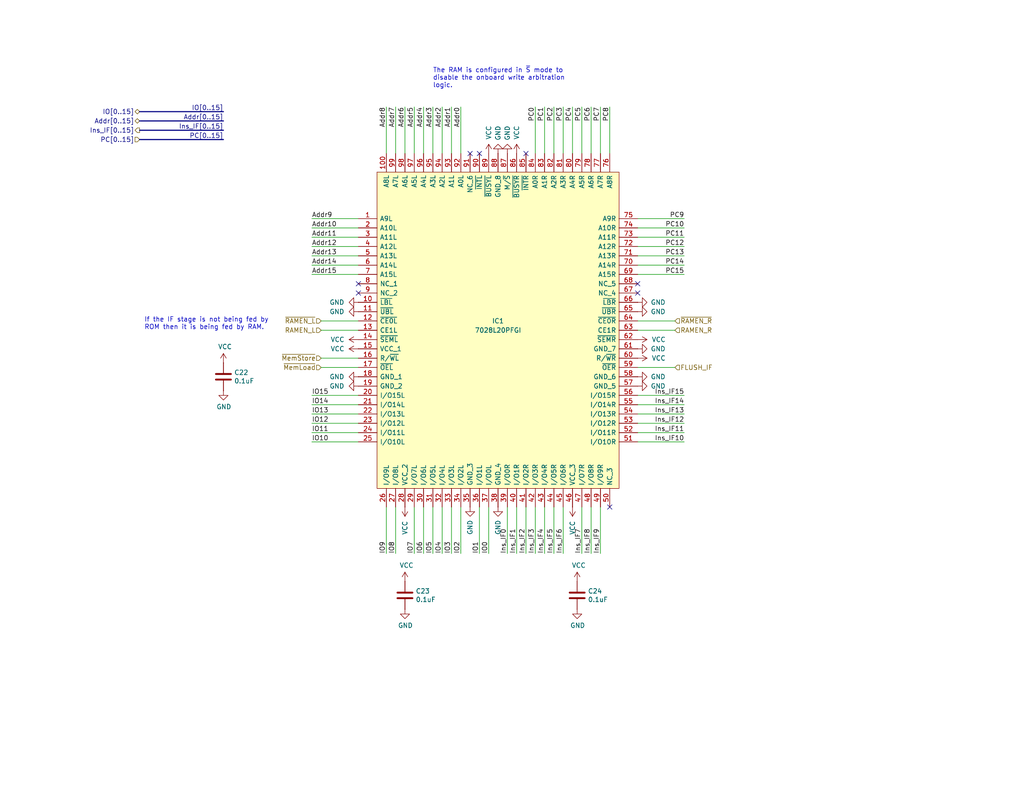
<source format=kicad_sch>
(kicad_sch (version 20250114) (generator "eeschema") (generator_version "9.0")
  (paper "USLetter")
  (title_block (title "Turtle16: RAM") (date "2025-07-01") (rev "A") (comment 3 "instruction on the second read port.") (comment 4 "RAM is implemented with a 64K x 16 dual port SRAM so that the IF stage can fetch an"))
  (lib_symbols
    (symbol "Device:C" (pin_numbers (hide yes)) (pin_names (offset 0.254))
      (property "Reference" "C" (at 0.635 2.54 0))
      (property "Value" "C" (at 0.635 -2.54 0))
      (symbol "C_0_1"
        (polyline (pts (xy -2.032 0.762) (xy 2.032 0.762)) (stroke (width 0.508)))
        (polyline (pts (xy -2.032 -0.762) (xy 2.032 -0.762)) (stroke (width 0.508)))
      )
      (symbol "C_1_1"
        (pin passive line (at 0 3.81 270) (length 2.794) (name "~") (number "1"))
        (pin passive line (at 0 -3.81 90) (length 2.794) (name "~") (number "2"))
      )
    )
    (symbol "Turtle16:7028L20PFGI" (pin_names (offset 0.762))
      (property "Reference" "U" (at 38.1 -27.94 0))
      (property "Value" "7028L20PFGI" (at 38.1 -30.48 0))
      (symbol "7028L20PFGI_0_0"
        (pin passive line (at 0 0 0) (length 5.08) (name "A9L") (number "1"))
        (pin passive line (at 0 -2.54 0) (length 5.08) (name "A10L") (number "2"))
        (pin passive line (at 0 -5.08 0) (length 5.08) (name "A11L") (number "3"))
        (pin passive line (at 0 -7.62 0) (length 5.08) (name "A12L") (number "4"))
        (pin passive line (at 0 -10.16 0) (length 5.08) (name "A13L") (number "5"))
        (pin passive line (at 0 -12.7 0) (length 5.08) (name "A14L") (number "6"))
        (pin passive line (at 0 -15.24 0) (length 5.08) (name "A15L") (number "7"))
        (pin passive line (at 0 -17.78 0) (length 5.08) (name "NC_1") (number "8"))
        (pin passive line (at 0 -20.32 0) (length 5.08) (name "NC_2") (number "9"))
        (pin passive line (at 0 -22.86 0) (length 5.08) (name "~{LBL}") (number "10"))
        (pin passive line (at 0 -25.4 0) (length 5.08) (name "~{UBL}") (number "11"))
        (pin passive line (at 0 -27.94 0) (length 5.08) (name "~{CE0L}") (number "12"))
        (pin passive line (at 0 -30.48 0) (length 5.08) (name "CE1L") (number "13"))
        (pin passive line (at 0 -33.02 0) (length 5.08) (name "~{SEML}") (number "14"))
        (pin passive line (at 0 -35.56 0) (length 5.08) (name "VCC_1") (number "15"))
        (pin passive line (at 0 -38.1 0) (length 5.08) (name "R/~{WL}") (number "16"))
        (pin passive line (at 0 -40.64 0) (length 5.08) (name "~{OEL}") (number "17"))
        (pin passive line (at 0 -43.18 0) (length 5.08) (name "GND_1") (number "18"))
        (pin passive line (at 0 -45.72 0) (length 5.08) (name "GND_2") (number "19"))
        (pin passive line (at 0 -48.26 0) (length 5.08) (name "I/O15L") (number "20"))
        (pin passive line (at 0 -50.8 0) (length 5.08) (name "I/O14L") (number "21"))
        (pin passive line (at 0 -53.34 0) (length 5.08) (name "I/O13L") (number "22"))
        (pin passive line (at 0 -55.88 0) (length 5.08) (name "I/O12L") (number "23"))
        (pin passive line (at 0 -58.42 0) (length 5.08) (name "I/O11L") (number "24"))
        (pin passive line (at 0 -60.96 0) (length 5.08) (name "I/O10L") (number "25"))
        (pin passive line (at 7.62 17.78 270) (length 5.08) (name "A8L") (number "100"))
        (pin passive line (at 7.62 -78.74 90) (length 5.08) (name "I/O9L") (number "26"))
        (pin passive line (at 10.16 17.78 270) (length 5.08) (name "A7L") (number "99"))
        (pin passive line (at 10.16 -78.74 90) (length 5.08) (name "I/O8L") (number "27"))
        (pin passive line (at 12.7 17.78 270) (length 5.08) (name "A6L") (number "98"))
        (pin passive line (at 12.7 -78.74 90) (length 5.08) (name "VCC_2") (number "28"))
        (pin passive line (at 15.24 17.78 270) (length 5.08) (name "A5L") (number "97"))
        (pin passive line (at 15.24 -78.74 90) (length 5.08) (name "I/O7L") (number "29"))
        (pin passive line (at 17.78 17.78 270) (length 5.08) (name "A4L") (number "96"))
        (pin passive line (at 17.78 -78.74 90) (length 5.08) (name "I/O6L") (number "30"))
        (pin passive line (at 20.32 17.78 270) (length 5.08) (name "A3L") (number "95"))
        (pin passive line (at 20.32 -78.74 90) (length 5.08) (name "I/O5L") (number "31"))
        (pin passive line (at 22.86 17.78 270) (length 5.08) (name "A2L") (number "94"))
        (pin passive line (at 22.86 -78.74 90) (length 5.08) (name "I/O4L") (number "32"))
        (pin passive line (at 25.4 17.78 270) (length 5.08) (name "A1L") (number "93"))
        (pin passive line (at 25.4 -78.74 90) (length 5.08) (name "I/O3L") (number "33"))
        (pin passive line (at 27.94 17.78 270) (length 5.08) (name "A0L") (number "92"))
        (pin passive line (at 27.94 -78.74 90) (length 5.08) (name "I/O2L") (number "34"))
        (pin passive line (at 30.48 17.78 270) (length 5.08) (name "NC_6") (number "91"))
        (pin passive line (at 30.48 -78.74 90) (length 5.08) (name "GND_3") (number "35"))
        (pin passive line (at 33.02 17.78 270) (length 5.08) (name "~{INTL}") (number "90"))
        (pin passive line (at 33.02 -78.74 90) (length 5.08) (name "I/O1L") (number "36"))
        (pin passive line (at 35.56 17.78 270) (length 5.08) (name "~{BUSYL}") (number "89"))
        (pin passive line (at 35.56 -78.74 90) (length 5.08) (name "I/O0L") (number "37"))
        (pin passive line (at 38.1 17.78 270) (length 5.08) (name "GND_8") (number "88"))
        (pin passive line (at 38.1 -78.74 90) (length 5.08) (name "GND_4") (number "38"))
        (pin passive line (at 40.64 17.78 270) (length 5.08) (name "M/~{S}") (number "87"))
        (pin passive line (at 40.64 -78.74 90) (length 5.08) (name "I/O0R") (number "39"))
        (pin passive line (at 43.18 17.78 270) (length 5.08) (name "~{BUSYR}") (number "86"))
        (pin passive line (at 43.18 -78.74 90) (length 5.08) (name "I/O1R") (number "40"))
        (pin passive line (at 45.72 17.78 270) (length 5.08) (name "~{INTR}") (number "85"))
        (pin passive line (at 45.72 -78.74 90) (length 5.08) (name "I/O2R") (number "41"))
        (pin passive line (at 48.26 17.78 270) (length 5.08) (name "A0R") (number "84"))
        (pin passive line (at 48.26 -78.74 90) (length 5.08) (name "I/O3R") (number "42"))
        (pin passive line (at 50.8 17.78 270) (length 5.08) (name "A1R") (number "83"))
        (pin passive line (at 50.8 -78.74 90) (length 5.08) (name "I/O4R") (number "43"))
        (pin passive line (at 53.34 17.78 270) (length 5.08) (name "A2R") (number "82"))
        (pin passive line (at 53.34 -78.74 90) (length 5.08) (name "I/O5R") (number "44"))
        (pin passive line (at 55.88 17.78 270) (length 5.08) (name "A3R") (number "81"))
        (pin passive line (at 55.88 -78.74 90) (length 5.08) (name "I/O6R") (number "45"))
        (pin passive line (at 58.42 17.78 270) (length 5.08) (name "A4R") (number "80"))
        (pin passive line (at 58.42 -78.74 90) (length 5.08) (name "VCC_3") (number "46"))
        (pin passive line (at 60.96 17.78 270) (length 5.08) (name "A5R") (number "79"))
        (pin passive line (at 60.96 -78.74 90) (length 5.08) (name "I/O7R") (number "47"))
        (pin passive line (at 63.5 17.78 270) (length 5.08) (name "A6R") (number "78"))
        (pin passive line (at 63.5 -78.74 90) (length 5.08) (name "I/O8R") (number "48"))
        (pin passive line (at 66.04 17.78 270) (length 5.08) (name "A7R") (number "77"))
        (pin passive line (at 66.04 -78.74 90) (length 5.08) (name "I/O9R") (number "49"))
        (pin passive line (at 68.58 17.78 270) (length 5.08) (name "A8R") (number "76"))
        (pin passive line (at 68.58 -78.74 90) (length 5.08) (name "NC_3") (number "50"))
        (pin passive line (at 76.2 0 180) (length 5.08) (name "A9R") (number "75"))
        (pin passive line (at 76.2 -2.54 180) (length 5.08) (name "A10R") (number "74"))
        (pin passive line (at 76.2 -5.08 180) (length 5.08) (name "A11R") (number "73"))
        (pin passive line (at 76.2 -7.62 180) (length 5.08) (name "A12R") (number "72"))
        (pin passive line (at 76.2 -10.16 180) (length 5.08) (name "A13R") (number "71"))
        (pin passive line (at 76.2 -12.7 180) (length 5.08) (name "A14R") (number "70"))
        (pin passive line (at 76.2 -15.24 180) (length 5.08) (name "A15R") (number "69"))
        (pin passive line (at 76.2 -17.78 180) (length 5.08) (name "NC_5") (number "68"))
        (pin passive line (at 76.2 -20.32 180) (length 5.08) (name "NC_4") (number "67"))
        (pin passive line (at 76.2 -22.86 180) (length 5.08) (name "~{LBR}") (number "66"))
        (pin passive line (at 76.2 -25.4 180) (length 5.08) (name "~{UBR}") (number "65"))
        (pin passive line (at 76.2 -27.94 180) (length 5.08) (name "~{CE0R}") (number "64"))
        (pin passive line (at 76.2 -30.48 180) (length 5.08) (name "CE1R") (number "63"))
        (pin passive line (at 76.2 -33.02 180) (length 5.08) (name "~{SEMR}") (number "62"))
        (pin passive line (at 76.2 -35.56 180) (length 5.08) (name "GND_7") (number "61"))
        (pin passive line (at 76.2 -38.1 180) (length 5.08) (name "R/~{WR}") (number "60"))
        (pin passive line (at 76.2 -40.64 180) (length 5.08) (name "~{OER}") (number "59"))
        (pin passive line (at 76.2 -43.18 180) (length 5.08) (name "GND_6") (number "58"))
        (pin passive line (at 76.2 -45.72 180) (length 5.08) (name "GND_5") (number "57"))
        (pin passive line (at 76.2 -48.26 180) (length 5.08) (name "I/O15R") (number "56"))
        (pin passive line (at 76.2 -50.8 180) (length 5.08) (name "I/O14R") (number "55"))
        (pin passive line (at 76.2 -53.34 180) (length 5.08) (name "I/O13R") (number "54"))
        (pin passive line (at 76.2 -55.88 180) (length 5.08) (name "I/O12R") (number "53"))
        (pin passive line (at 76.2 -58.42 180) (length 5.08) (name "I/O11R") (number "52"))
        (pin passive line (at 76.2 -60.96 180) (length 5.08) (name "I/O10R") (number "51"))
      )
      (symbol "7028L20PFGI_0_1"
        (polyline (pts (xy 5.08 12.7) (xy 71.12 12.7) (xy 71.12 -73.66) (xy 5.08 -73.66) (xy 5.08 12.7)) (stroke (width 0.1524)) (fill (type background)))
      )
    )
    (symbol "power:GND" (power) (pin_numbers (hide yes)) (pin_names (offset 0) (hide yes))
      (property "Value" "GND" (at 0 -3.81 0))
      (symbol "GND_0_1"
        (polyline (pts (xy 0 0) (xy 0 -1.27) (xy 1.27 -1.27) (xy 0 -2.54) (xy -1.27 -1.27) (xy 0 -1.27)))
      )
      (symbol "GND_1_1"
        (pin power_in line (at 0 0 270) (length 0) (name "~") (number "1"))
      )
    )
    (symbol "power:VCC" (power) (pin_numbers (hide yes)) (pin_names (offset 0) (hide yes))
      (property "Value" "VCC" (at 0 3.556 0))
      (symbol "VCC_0_1"
        (polyline (pts (xy -0.762 1.27) (xy 0 2.54)))
        (polyline (pts (xy 0 2.54) (xy 0.762 1.27)))
        (polyline (pts (xy 0 0) (xy 0 2.54)))
      )
      (symbol "VCC_1_1"
        (pin power_in line (at 0 0 90) (length 0) (name "~") (number "1"))
      )
    )
  )
  (text "The RAM is configured in ~{S} mode to\ndisable the onboard write arbitration\nlogic." (at 118.11 24.13 0) (effects (font (size 1.27 1.27)) (justify left bottom)))
  (text "If the IF stage is not being fed by\nROM then it is being fed by RAM." (at 39.37 90.17 0) (effects (font (size 1.27 1.27)) (justify left bottom)))
  (no_connect (at 143.51 41.91))
  (no_connect (at 130.81 41.91))
  (no_connect (at 97.79 77.47))
  (no_connect (at 97.79 80.01))
  (no_connect (at 166.37 138.43))
  (no_connect (at 128.27 41.91))
  (no_connect (at 173.99 77.47))
  (no_connect (at 173.99 80.01))
  (wire (pts (xy 166.37 29.21) (xy 166.37 41.91)))
  (wire (pts (xy 186.69 120.65) (xy 173.99 120.65)))
  (wire (pts (xy 85.09 107.95) (xy 97.79 107.95)))
  (wire (pts (xy 184.15 87.63) (xy 173.99 87.63)))
  (wire (pts (xy 120.65 151.13) (xy 120.65 138.43)))
  (wire (pts (xy 130.81 151.13) (xy 130.81 138.43)))
  (wire (pts (xy 153.67 151.13) (xy 153.67 138.43)))
  (wire (pts (xy 110.49 29.21) (xy 110.49 41.91)))
  (wire (pts (xy 118.11 151.13) (xy 118.11 138.43)))
  (bus (pts (xy 38.1 35.56) (xy 60.96 35.56)))
  (wire (pts (xy 105.41 29.21) (xy 105.41 41.91)))
  (wire (pts (xy 153.67 29.21) (xy 153.67 41.91)))
  (wire (pts (xy 148.59 29.21) (xy 148.59 41.91)))
  (wire (pts (xy 186.69 118.11) (xy 173.99 118.11)))
  (wire (pts (xy 85.09 62.23) (xy 97.79 62.23)))
  (wire (pts (xy 85.09 72.39) (xy 97.79 72.39)))
  (wire (pts (xy 85.09 113.03) (xy 97.79 113.03)))
  (wire (pts (xy 115.57 151.13) (xy 115.57 138.43)))
  (wire (pts (xy 186.69 72.39) (xy 173.99 72.39)))
  (wire (pts (xy 161.29 151.13) (xy 161.29 138.43)))
  (wire (pts (xy 158.75 29.21) (xy 158.75 41.91)))
  (wire (pts (xy 85.09 67.31) (xy 97.79 67.31)))
  (wire (pts (xy 186.69 69.85) (xy 173.99 69.85)))
  (wire (pts (xy 186.69 64.77) (xy 173.99 64.77)))
  (wire (pts (xy 186.69 74.93) (xy 173.99 74.93)))
  (wire (pts (xy 133.35 151.13) (xy 133.35 138.43)))
  (wire (pts (xy 107.95 151.13) (xy 107.95 138.43)))
  (wire (pts (xy 115.57 29.21) (xy 115.57 41.91)))
  (wire (pts (xy 87.63 90.17) (xy 97.79 90.17)))
  (wire (pts (xy 163.83 151.13) (xy 163.83 138.43)))
  (wire (pts (xy 85.09 115.57) (xy 97.79 115.57)))
  (wire (pts (xy 156.21 29.21) (xy 156.21 41.91)))
  (wire (pts (xy 85.09 64.77) (xy 97.79 64.77)))
  (wire (pts (xy 123.19 29.21) (xy 123.19 41.91)))
  (wire (pts (xy 118.11 29.21) (xy 118.11 41.91)))
  (wire (pts (xy 184.15 90.17) (xy 173.99 90.17)))
  (wire (pts (xy 186.69 62.23) (xy 173.99 62.23)))
  (wire (pts (xy 186.69 115.57) (xy 173.99 115.57)))
  (wire (pts (xy 107.95 29.21) (xy 107.95 41.91)))
  (wire (pts (xy 186.69 67.31) (xy 173.99 67.31)))
  (wire (pts (xy 158.75 151.13) (xy 158.75 138.43)))
  (wire (pts (xy 113.03 151.13) (xy 113.03 138.43)))
  (bus (pts (xy 38.1 38.1) (xy 60.96 38.1)))
  (wire (pts (xy 186.69 107.95) (xy 173.99 107.95)))
  (wire (pts (xy 85.09 120.65) (xy 97.79 120.65)))
  (wire (pts (xy 123.19 151.13) (xy 123.19 138.43)))
  (wire (pts (xy 161.29 29.21) (xy 161.29 41.91)))
  (wire (pts (xy 151.13 29.21) (xy 151.13 41.91)))
  (wire (pts (xy 85.09 74.93) (xy 97.79 74.93)))
  (wire (pts (xy 105.41 151.13) (xy 105.41 138.43)))
  (wire (pts (xy 87.63 97.79) (xy 97.79 97.79)))
  (wire (pts (xy 163.83 29.21) (xy 163.83 41.91)))
  (wire (pts (xy 148.59 151.13) (xy 148.59 138.43)))
  (wire (pts (xy 140.97 151.13) (xy 140.97 138.43)))
  (wire (pts (xy 113.03 29.21) (xy 113.03 41.91)))
  (wire (pts (xy 186.69 110.49) (xy 173.99 110.49)))
  (wire (pts (xy 125.73 29.21) (xy 125.73 41.91)))
  (wire (pts (xy 85.09 118.11) (xy 97.79 118.11)))
  (wire (pts (xy 146.05 29.21) (xy 146.05 41.91)))
  (wire (pts (xy 120.65 29.21) (xy 120.65 41.91)))
  (wire (pts (xy 85.09 69.85) (xy 97.79 69.85)))
  (wire (pts (xy 143.51 151.13) (xy 143.51 138.43)))
  (wire (pts (xy 85.09 110.49) (xy 97.79 110.49)))
  (wire (pts (xy 151.13 151.13) (xy 151.13 138.43)))
  (wire (pts (xy 146.05 151.13) (xy 146.05 138.43)))
  (wire (pts (xy 184.15 100.33) (xy 173.99 100.33)))
  (bus (pts (xy 38.1 30.48) (xy 60.96 30.48)))
  (wire (pts (xy 125.73 151.13) (xy 125.73 138.43)))
  (wire (pts (xy 87.63 100.33) (xy 97.79 100.33)))
  (bus (pts (xy 38.1 33.02) (xy 60.96 33.02)))
  (wire (pts (xy 87.63 87.63) (xy 97.79 87.63)))
  (wire (pts (xy 186.69 113.03) (xy 173.99 113.03)))
  (wire (pts (xy 85.09 59.69) (xy 97.79 59.69)))
  (wire (pts (xy 186.69 59.69) (xy 173.99 59.69)))
  (wire (pts (xy 138.43 151.13) (xy 138.43 138.43)))
  (label "Ins_IF8" (at 161.29 151.13 90))
  (label "Ins_IF1" (at 140.97 151.13 90))
  (label "Addr0" (at 125.73 29.21 270))
  (label "IO0" (at 133.35 151.13 90))
  (label "Ins_IF4" (at 148.59 151.13 90))
  (label "PC1" (at 148.59 29.21 270))
  (label "IO5" (at 118.11 151.13 90))
  (label "Ins_IF7" (at 158.75 151.13 90))
  (label "IO2" (at 125.73 151.13 90))
  (label "Addr2" (at 120.65 29.21 270))
  (label "IO[0..15]" (at 60.96 30.48 180))
  (label "Ins_IF3" (at 146.05 151.13 90))
  (label "Ins_IF14" (at 186.69 110.49 180))
  (label "Ins_IF6" (at 153.67 151.13 90))
  (label "Ins_IF11" (at 186.69 118.11 180))
  (label "IO14" (at 85.09 110.49 0))
  (label "PC7" (at 163.83 29.21 270))
  (label "PC13" (at 186.69 69.85 180))
  (label "PC15" (at 186.69 74.93 180))
  (label "Ins_IF12" (at 186.69 115.57 180))
  (label "Addr9" (at 85.09 59.69 0))
  (label "Addr6" (at 110.49 29.21 270))
  (label "Addr13" (at 85.09 69.85 0))
  (label "PC[0..15]" (at 60.96 38.1 180))
  (label "Addr7" (at 107.95 29.21 270))
  (label "IO13" (at 85.09 113.03 0))
  (label "PC4" (at 156.21 29.21 270))
  (label "Ins_IF15" (at 186.69 107.95 180))
  (label "Addr14" (at 85.09 72.39 0))
  (label "Addr11" (at 85.09 64.77 0))
  (label "Ins_IF0" (at 138.43 151.13 90))
  (label "IO1" (at 130.81 151.13 90))
  (label "IO15" (at 85.09 107.95 0))
  (label "Ins_IF[0..15]" (at 60.96 35.56 180))
  (label "Addr15" (at 85.09 74.93 0))
  (label "PC9" (at 186.69 59.69 180))
  (label "Ins_IF2" (at 143.51 151.13 90))
  (label "Ins_IF10" (at 186.69 120.65 180))
  (label "IO8" (at 107.95 151.13 90))
  (label "IO6" (at 115.57 151.13 90))
  (label "Ins_IF5" (at 151.13 151.13 90))
  (label "Ins_IF9" (at 163.83 151.13 90))
  (label "PC5" (at 158.75 29.21 270))
  (label "IO7" (at 113.03 151.13 90))
  (label "Addr12" (at 85.09 67.31 0))
  (label "Addr1" (at 123.19 29.21 270))
  (label "Addr10" (at 85.09 62.23 0))
  (label "IO11" (at 85.09 118.11 0))
  (label "PC2" (at 151.13 29.21 270))
  (label "PC0" (at 146.05 29.21 270))
  (label "PC6" (at 161.29 29.21 270))
  (label "Ins_IF13" (at 186.69 113.03 180))
  (label "IO4" (at 120.65 151.13 90))
  (label "PC10" (at 186.69 62.23 180))
  (label "Addr3" (at 118.11 29.21 270))
  (label "PC3" (at 153.67 29.21 270))
  (label "PC14" (at 186.69 72.39 180))
  (label "IO12" (at 85.09 115.57 0))
  (label "Addr[0..15]" (at 60.96 33.02 180))
  (label "Addr4" (at 115.57 29.21 270))
  (label "Addr5" (at 113.03 29.21 270))
  (label "PC11" (at 186.69 64.77 180))
  (label "Addr8" (at 105.41 29.21 270))
  (label "IO3" (at 123.19 151.13 90))
  (label "PC12" (at 186.69 67.31 180))
  (label "PC8" (at 166.37 29.21 270))
  (label "IO9" (at 105.41 151.13 90))
  (label "IO10" (at 85.09 120.65 0))
  (hierarchical_label "~{RAMEN_R}" (shape input) (at 184.15 87.63 0))
  (hierarchical_label "IO[0..15]" (shape tri_state) (at 38.1 30.48 180))
  (hierarchical_label "RAMEN_R" (shape input) (at 184.15 90.17 0))
  (hierarchical_label "PC[0..15]" (shape input) (at 38.1 38.1 180))
  (hierarchical_label "FLUSH_IF" (shape input) (at 184.15 100.33 0))
  (hierarchical_label "~{RAMEN_L}" (shape input) (at 87.63 87.63 180))
  (hierarchical_label "Addr[0..15]" (shape tri_state) (at 38.1 33.02 180))
  (hierarchical_label "RAMEN_L" (shape input) (at 87.63 90.17 180))
  (hierarchical_label "Ins_IF[0..15]" (shape output) (at 38.1 35.56 180))
  (hierarchical_label "~{MemStore}" (shape input) (at 87.63 97.79 180))
  (hierarchical_label "~{MemLoad}" (shape input) (at 87.63 100.33 180))
  (symbol (lib_id "power:GND") (at 135.89 138.43 0) (unit 1)
    (property "Reference" "#PWR024" (effects (hide yes)))
    (property "Value" "GND" (at 135.89 146.05 90) (effects (justify left)))
    (property "Description" "Power symbol creates a global label with name \"GND\" , ground" (effects (hide yes)))
    (instances (project "MEMModule" (path "" (reference "#PWR024") (unit 1))) (project "MainBoard" (path "" (reference "#PWR?") (unit 1))))
  )
  (symbol (lib_id "power:VCC") (at 156.21 138.43 0) (mirror x) (unit 1)
    (property "Reference" "#PWR027" (effects (hide yes)))
    (property "Value" "VCC" (at 156.21 146.05 90) (effects (justify right)))
    (property "Description" "Power symbol creates a global label with name \"VCC\"" (effects (hide yes)))
    (instances (project "MEMModule" (path "" (reference "#PWR027") (unit 1))) (project "MainBoard" (path "" (reference "#PWR?") (unit 1))))
  )
  (symbol (lib_id "power:VCC") (at 133.35 41.91 0) (mirror y) (unit 1)
    (property "Reference" "#PWR022" (effects (hide yes)))
    (property "Value" "VCC" (at 133.35 34.29 90) (effects (justify right)))
    (property "Description" "Power symbol creates a global label with name \"VCC\"" (effects (hide yes)))
    (instances (project "MEMModule" (path "" (reference "#PWR022") (unit 1))) (project "MainBoard" (path "" (reference "#PWR?") (unit 1))))
  )
  (symbol (lib_id "power:GND") (at 173.99 95.25 90) (unit 1)
    (property "Reference" "#PWR033" (effects (hide yes)))
    (property "Value" "GND" (at 181.61 95.25 90) (effects (justify left)))
    (property "Description" "Power symbol creates a global label with name \"GND\" , ground" (effects (hide yes)))
    (instances (project "MEMModule" (path "" (reference "#PWR033") (unit 1))) (project "MainBoard" (path "" (reference "#PWR?") (unit 1))))
  )
  (symbol (lib_id "power:GND") (at 60.96 106.68 0) (unit 1)
    (property "Reference" "#PWR020" (effects (hide yes)))
    (property "Value" "GND" (at 61.087 111.0742 0))
    (property "Description" "Power symbol creates a global label with name \"GND\" , ground" (effects (hide yes)))
    (instances (project "MEMModule" (path "" (reference "#PWR020") (unit 1))) (project "MainBoard" (path "" (reference "#PWR?") (unit 1))))
  )
  (symbol (lib_id "Device:C") (at 157.48 162.56 0) (unit 1)
    (property "Reference" "C24" (at 160.401 161.3916 0) (effects (justify left)))
    (property "Value" "0.1uF" (at 160.401 163.703 0) (effects (justify left)))
    (property "Footprint" "Capacitor_SMD:C_0603_1608Metric" (effects (hide yes)))
    (property "Datasheet" "https://www.mouser.com/datasheet/2/396/taiyo_yuden_12132018_mlcc11_hq_e-1510082.pdf" (effects (hide yes)))
    (property "Manufacturer" "Taiyo Yuden" (effects (hide yes)))
    (property "Manufacturer#" "EMK107B7104KAHT" (effects (hide yes)))
    (property "Mouser#" "963-EMK107B7104KAHT" (effects (hide yes)))
    (property "Digikey#" "587-6004-1-ND" (effects (hide yes)))
  )
  (symbol (lib_id "Device:C") (at 60.96 102.87 0) (unit 1)
    (property "Reference" "C22" (at 63.881 101.7016 0) (effects (justify left)))
    (property "Value" "0.1uF" (at 63.881 104.013 0) (effects (justify left)))
    (property "Footprint" "Capacitor_SMD:C_0603_1608Metric" (effects (hide yes)))
    (property "Datasheet" "https://www.mouser.com/datasheet/2/396/taiyo_yuden_12132018_mlcc11_hq_e-1510082.pdf" (effects (hide yes)))
    (property "Manufacturer" "Taiyo Yuden" (effects (hide yes)))
    (property "Manufacturer#" "EMK107B7104KAHT" (effects (hide yes)))
    (property "Mouser#" "963-EMK107B7104KAHT" (effects (hide yes)))
    (property "Digikey#" "587-6004-1-ND" (effects (hide yes)))
    (instances (project "MEMModule" (path "" (reference "C22") (unit 1))) (project "MainBoard" (path "" (reference "C?") (unit 1))))
  )
  (symbol (lib_id "power:VCC") (at 173.99 92.71 270) (mirror x) (unit 1)
    (property "Reference" "#PWR032" (effects (hide yes)))
    (property "Value" "VCC" (at 177.8 92.7099 90) (effects (justify left)))
    (property "Description" "Power symbol creates a global label with name \"VCC\"" (effects (hide yes)))
    (instances (project "MEMModule" (path "" (reference "#PWR032") (unit 1))) (project "MainBoard" (path "" (reference "#PWR?") (unit 1))))
  )
  (symbol (lib_id "power:VCC") (at 97.79 92.71 90) (mirror x) (unit 1)
    (property "Reference" "#PWR014" (effects (hide yes)))
    (property "Value" "VCC" (at 90.17 92.71 90) (effects (justify right)))
    (property "Description" "Power symbol creates a global label with name \"VCC\"" (effects (hide yes)))
    (instances (project "MEMModule" (path "" (reference "#PWR014") (unit 1))) (project "MainBoard" (path "" (reference "#PWR?") (unit 1))))
  )
  (symbol (lib_id "power:VCC") (at 97.79 95.25 90) (mirror x) (unit 1)
    (property "Reference" "#PWR015" (effects (hide yes)))
    (property "Value" "VCC" (at 90.17 95.25 90) (effects (justify right)))
    (property "Description" "Power symbol creates a global label with name \"VCC\"" (effects (hide yes)))
    (instances (project "MEMModule" (path "" (reference "#PWR015") (unit 1))) (project "MainBoard" (path "" (reference "#PWR?") (unit 1))))
  )
  (symbol (lib_id "power:GND") (at 173.99 82.55 90) (unit 1)
    (property "Reference" "#PWR030" (effects (hide yes)))
    (property "Value" "GND" (at 181.61 82.55 90) (effects (justify left)))
    (property "Description" "Power symbol creates a global label with name \"GND\" , ground" (effects (hide yes)))
    (instances (project "MEMModule" (path "" (reference "#PWR030") (unit 1))) (project "MainBoard" (path "" (reference "#PWR?") (unit 1))))
  )
  (symbol (lib_id "power:GND") (at 173.99 102.87 90) (unit 1)
    (property "Reference" "#PWR035" (effects (hide yes)))
    (property "Value" "GND" (at 181.61 102.87 90) (effects (justify left)))
    (property "Description" "Power symbol creates a global label with name \"GND\" , ground" (effects (hide yes)))
    (instances (project "MEMModule" (path "" (reference "#PWR035") (unit 1))) (project "MainBoard" (path "" (reference "#PWR?") (unit 1))))
  )
  (symbol (lib_id "power:GND") (at 110.49 166.37 0) (unit 1)
    (property "Reference" "#PWR029" (effects (hide yes)))
    (property "Value" "GND" (at 110.617 170.7642 0))
    (property "Description" "Power symbol creates a global label with name \"GND\" , ground" (effects (hide yes)))
    (instances (project "MEMModule" (path "" (reference "#PWR029") (unit 1))) (project "MainBoard" (path "" (reference "#PWR?") (unit 1))))
  )
  (symbol (lib_id "power:VCC") (at 110.49 158.75 0) (unit 1)
    (property "Reference" "#PWR028" (effects (hide yes)))
    (property "Value" "VCC" (at 110.9218 154.3558 0))
    (property "Description" "Power symbol creates a global label with name \"VCC\"" (effects (hide yes)))
    (instances (project "MEMModule" (path "" (reference "#PWR028") (unit 1))) (project "MainBoard" (path "" (reference "#PWR?") (unit 1))))
  )
  (symbol (lib_id "power:GND") (at 97.79 102.87 270) (unit 1)
    (property "Reference" "#PWR016" (effects (hide yes)))
    (property "Value" "GND" (at 93.98 102.8699 90) (effects (justify right)))
    (property "Description" "Power symbol creates a global label with name \"GND\" , ground" (effects (hide yes)))
    (instances (project "MEMModule" (path "" (reference "#PWR016") (unit 1))) (project "MainBoard" (path "" (reference "#PWR?") (unit 1))))
  )
  (symbol (lib_id "Turtle16:7028L20PFGI") (at 97.79 59.69 0) (unit 1)
    (property "Reference" "IC1" (at 135.89 87.63 0))
    (property "Value" "7028L20PFGI" (at 135.89 90.17 0))
    (property "Footprint" "Package_QFP:TQFP-100_14x14mm_P0.5mm" (effects (hide yes)))
    (property "Datasheet" "https://www.idt.com/document/dst/7028-data-sheet" (effects (hide yes)))
    (property "Manufacturer" "Renesas Electronics Corporation" (effects (hide yes)))
    (property "Manufacturer#" "7028L20PFGI" (effects (hide yes)))
    (property "Mouser#" "972-7028L20PFGI" (effects (hide yes)))
    (property "Digikey#" "800-3936-ND" (effects (hide yes)))
    (instances (project "MEMModule" (path "" (reference "IC1") (unit 1))) (project "MainBoard" (path "" (reference "IC?") (unit 1))))
  )
  (symbol (lib_id "power:VCC") (at 140.97 41.91 0) (mirror y) (unit 1)
    (property "Reference" "#PWR026" (effects (hide yes)))
    (property "Value" "VCC" (at 140.97 34.29 90) (effects (justify right)))
    (property "Description" "Power symbol creates a global label with name \"VCC\"" (effects (hide yes)))
    (instances (project "MEMModule" (path "" (reference "#PWR026") (unit 1))) (project "MainBoard" (path "" (reference "#PWR?") (unit 1))))
  )
  (symbol (lib_id "power:GND") (at 97.79 82.55 270) (unit 1)
    (property "Reference" "#PWR012" (effects (hide yes)))
    (property "Value" "GND" (at 93.98 82.5499 90) (effects (justify right)))
    (property "Description" "Power symbol creates a global label with name \"GND\" , ground" (effects (hide yes)))
    (instances (project "MEMModule" (path "" (reference "#PWR012") (unit 1))) (project "MainBoard" (path "" (reference "#PWR?") (unit 1))))
  )
  (symbol (lib_id "power:GND") (at 157.48 166.37 0) (unit 1)
    (property "Reference" "#PWR0207" (effects (hide yes)))
    (property "Value" "GND" (at 157.607 170.7642 0))
    (property "Description" "Power symbol creates a global label with name \"GND\" , ground" (effects (hide yes)))
  )
  (symbol (lib_id "power:GND") (at 97.79 105.41 270) (unit 1)
    (property "Reference" "#PWR017" (effects (hide yes)))
    (property "Value" "GND" (at 93.98 105.4099 90) (effects (justify right)))
    (property "Description" "Power symbol creates a global label with name \"GND\" , ground" (effects (hide yes)))
    (instances (project "MEMModule" (path "" (reference "#PWR017") (unit 1))) (project "MainBoard" (path "" (reference "#PWR?") (unit 1))))
  )
  (symbol (lib_id "power:VCC") (at 110.49 138.43 0) (mirror x) (unit 1)
    (property "Reference" "#PWR018" (effects (hide yes)))
    (property "Value" "VCC" (at 110.49 146.05 90) (effects (justify right)))
    (property "Description" "Power symbol creates a global label with name \"VCC\"" (effects (hide yes)))
    (instances (project "MEMModule" (path "" (reference "#PWR018") (unit 1))) (project "MainBoard" (path "" (reference "#PWR?") (unit 1))))
  )
  (symbol (lib_id "power:GND") (at 135.89 41.91 180) (unit 1)
    (property "Reference" "#PWR023" (effects (hide yes)))
    (property "Value" "GND" (at 135.89 34.29 90) (effects (justify left)))
    (property "Description" "Power symbol creates a global label with name \"GND\" , ground" (effects (hide yes)))
    (instances (project "MEMModule" (path "" (reference "#PWR023") (unit 1))) (project "MainBoard" (path "" (reference "#PWR?") (unit 1))))
  )
  (symbol (lib_id "power:VCC") (at 173.99 97.79 270) (mirror x) (unit 1)
    (property "Reference" "#PWR034" (effects (hide yes)))
    (property "Value" "VCC" (at 177.8 97.7899 90) (effects (justify left)))
    (property "Description" "Power symbol creates a global label with name \"VCC\"" (effects (hide yes)))
    (instances (project "MEMModule" (path "" (reference "#PWR034") (unit 1))) (project "MainBoard" (path "" (reference "#PWR?") (unit 1))))
  )
  (symbol (lib_id "Device:C") (at 110.49 162.56 0) (unit 1)
    (property "Reference" "C23" (at 113.411 161.3916 0) (effects (justify left)))
    (property "Value" "0.1uF" (at 113.411 163.703 0) (effects (justify left)))
    (property "Footprint" "Capacitor_SMD:C_0603_1608Metric" (effects (hide yes)))
    (property "Datasheet" "https://www.mouser.com/datasheet/2/396/taiyo_yuden_12132018_mlcc11_hq_e-1510082.pdf" (effects (hide yes)))
    (property "Manufacturer" "Taiyo Yuden" (effects (hide yes)))
    (property "Manufacturer#" "EMK107B7104KAHT" (effects (hide yes)))
    (property "Mouser#" "963-EMK107B7104KAHT" (effects (hide yes)))
    (property "Digikey#" "587-6004-1-ND" (effects (hide yes)))
    (instances (project "MEMModule" (path "" (reference "C23") (unit 1))) (project "MainBoard" (path "" (reference "C?") (unit 1))))
  )
  (symbol (lib_id "power:GND") (at 97.79 85.09 270) (unit 1)
    (property "Reference" "#PWR013" (effects (hide yes)))
    (property "Value" "GND" (at 93.98 85.0899 90) (effects (justify right)))
    (property "Description" "Power symbol creates a global label with name \"GND\" , ground" (effects (hide yes)))
    (instances (project "MEMModule" (path "" (reference "#PWR013") (unit 1))) (project "MainBoard" (path "" (reference "#PWR?") (unit 1))))
  )
  (symbol (lib_id "power:VCC") (at 157.48 158.75 0) (unit 1)
    (property "Reference" "#PWR0206" (effects (hide yes)))
    (property "Value" "VCC" (at 157.9118 154.3558 0))
    (property "Description" "Power symbol creates a global label with name \"VCC\"" (effects (hide yes)))
  )
  (symbol (lib_id "power:VCC") (at 60.96 99.06 0) (unit 1)
    (property "Reference" "#PWR019" (effects (hide yes)))
    (property "Value" "VCC" (at 61.3918 94.6658 0))
    (property "Description" "Power symbol creates a global label with name \"VCC\"" (effects (hide yes)))
    (instances (project "MEMModule" (path "" (reference "#PWR019") (unit 1))) (project "MainBoard" (path "" (reference "#PWR?") (unit 1))))
  )
  (symbol (lib_id "power:GND") (at 173.99 105.41 90) (unit 1)
    (property "Reference" "#PWR036" (effects (hide yes)))
    (property "Value" "GND" (at 181.61 105.41 90) (effects (justify left)))
    (property "Description" "Power symbol creates a global label with name \"GND\" , ground" (effects (hide yes)))
    (instances (project "MEMModule" (path "" (reference "#PWR036") (unit 1))) (project "MainBoard" (path "" (reference "#PWR?") (unit 1))))
  )
  (symbol (lib_id "power:GND") (at 138.43 41.91 180) (unit 1)
    (property "Reference" "#PWR025" (effects (hide yes)))
    (property "Value" "GND" (at 138.43 34.29 90) (effects (justify left)))
    (property "Description" "Power symbol creates a global label with name \"GND\" , ground" (effects (hide yes)))
    (instances (project "MEMModule" (path "" (reference "#PWR025") (unit 1))) (project "MainBoard" (path "" (reference "#PWR?") (unit 1))))
  )
  (symbol (lib_id "power:GND") (at 173.99 85.09 90) (unit 1)
    (property "Reference" "#PWR031" (effects (hide yes)))
    (property "Value" "GND" (at 181.61 85.09 90) (effects (justify left)))
    (property "Description" "Power symbol creates a global label with name \"GND\" , ground" (effects (hide yes)))
    (instances (project "MEMModule" (path "" (reference "#PWR031") (unit 1))) (project "MainBoard" (path "" (reference "#PWR?") (unit 1))))
  )
  (symbol (lib_id "power:GND") (at 128.27 138.43 0) (unit 1)
    (property "Reference" "#PWR021" (effects (hide yes)))
    (property "Value" "GND" (at 128.27 146.05 90) (effects (justify left)))
    (property "Description" "Power symbol creates a global label with name \"GND\" , ground" (effects (hide yes)))
    (instances (project "MEMModule" (path "" (reference "#PWR021") (unit 1))) (project "MainBoard" (path "" (reference "#PWR?") (unit 1))))
  )
)
</source>
